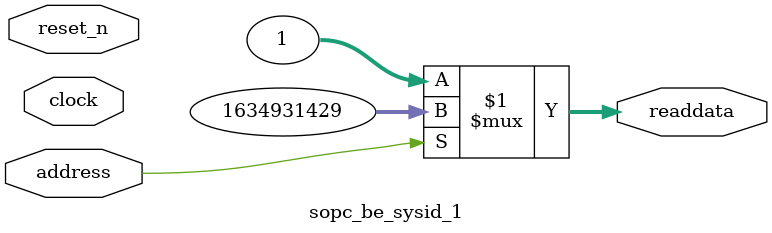
<source format=v>



// synthesis translate_off
`timescale 1ns / 1ps
// synthesis translate_on

// turn off superfluous verilog processor warnings 
// altera message_level Level1 
// altera message_off 10034 10035 10036 10037 10230 10240 10030 

module sopc_be_sysid_1 (
               // inputs:
                address,
                clock,
                reset_n,

               // outputs:
                readdata
             )
;

  output  [ 31: 0] readdata;
  input            address;
  input            clock;
  input            reset_n;

  wire    [ 31: 0] readdata;
  //control_slave, which is an e_avalon_slave
  assign readdata = address ? 1634931429 : 1;

endmodule



</source>
